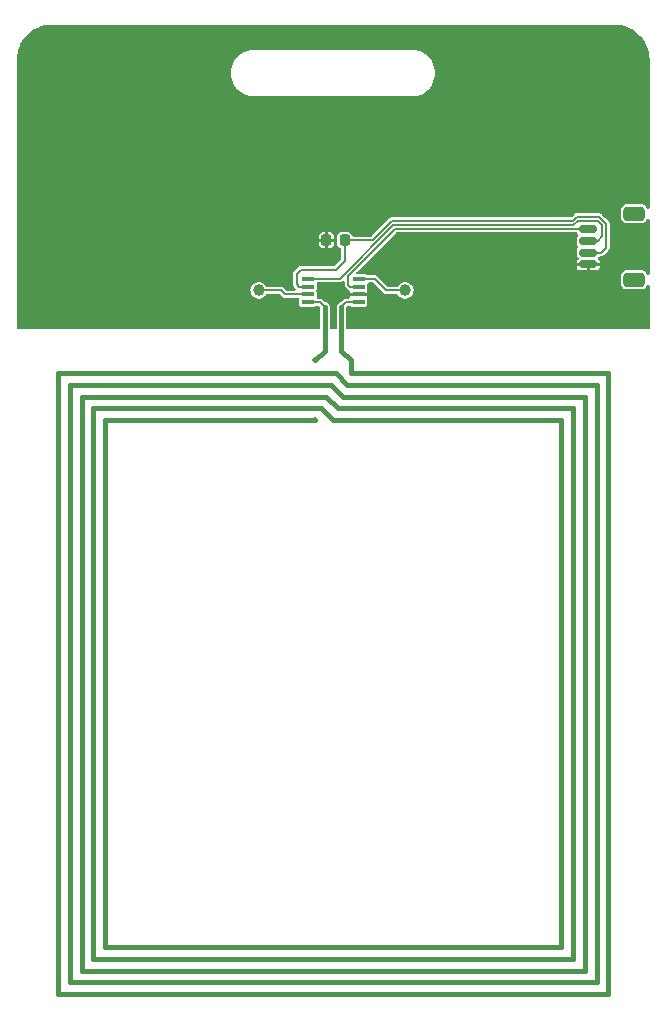
<source format=gtl>
G04 #@! TF.GenerationSoftware,KiCad,Pcbnew,7.0.1-0*
G04 #@! TF.CreationDate,2023-06-22T21:26:38+02:00*
G04 #@! TF.ProjectId,nfc_card_emulation_large,6e66635f-6361-4726-945f-656d756c6174,1.1*
G04 #@! TF.SameCoordinates,PX354a940PY3072580*
G04 #@! TF.FileFunction,Copper,L1,Top*
G04 #@! TF.FilePolarity,Positive*
%FSLAX46Y46*%
G04 Gerber Fmt 4.6, Leading zero omitted, Abs format (unit mm)*
G04 Created by KiCad (PCBNEW 7.0.1-0) date 2023-06-22 21:26:38*
%MOMM*%
%LPD*%
G01*
G04 APERTURE LIST*
G04 Aperture macros list*
%AMRoundRect*
0 Rectangle with rounded corners*
0 $1 Rounding radius*
0 $2 $3 $4 $5 $6 $7 $8 $9 X,Y pos of 4 corners*
0 Add a 4 corners polygon primitive as box body*
4,1,4,$2,$3,$4,$5,$6,$7,$8,$9,$2,$3,0*
0 Add four circle primitives for the rounded corners*
1,1,$1+$1,$2,$3*
1,1,$1+$1,$4,$5*
1,1,$1+$1,$6,$7*
1,1,$1+$1,$8,$9*
0 Add four rect primitives between the rounded corners*
20,1,$1+$1,$2,$3,$4,$5,0*
20,1,$1+$1,$4,$5,$6,$7,0*
20,1,$1+$1,$6,$7,$8,$9,0*
20,1,$1+$1,$8,$9,$2,$3,0*%
G04 Aperture macros list end*
G04 #@! TA.AperFunction,SMDPad,CuDef*
%ADD10C,1.000000*%
G04 #@! TD*
G04 #@! TA.AperFunction,SMDPad,CuDef*
%ADD11RoundRect,0.150000X0.625000X-0.150000X0.625000X0.150000X-0.625000X0.150000X-0.625000X-0.150000X0*%
G04 #@! TD*
G04 #@! TA.AperFunction,SMDPad,CuDef*
%ADD12RoundRect,0.250000X0.650000X-0.350000X0.650000X0.350000X-0.650000X0.350000X-0.650000X-0.350000X0*%
G04 #@! TD*
G04 #@! TA.AperFunction,SMDPad,CuDef*
%ADD13RoundRect,0.225000X0.225000X0.250000X-0.225000X0.250000X-0.225000X-0.250000X0.225000X-0.250000X0*%
G04 #@! TD*
G04 #@! TA.AperFunction,SMDPad,CuDef*
%ADD14R,1.100000X0.400000*%
G04 #@! TD*
G04 #@! TA.AperFunction,ViaPad*
%ADD15C,0.500000*%
G04 #@! TD*
G04 #@! TA.AperFunction,Conductor*
%ADD16C,0.200000*%
G04 #@! TD*
G04 #@! TA.AperFunction,Conductor*
%ADD17C,0.400000*%
G04 #@! TD*
G04 #@! TA.AperFunction,Conductor*
%ADD18C,0.150000*%
G04 #@! TD*
G04 APERTURE END LIST*
D10*
G04 #@! TO.P,TP2,1,1*
G04 #@! TO.N,/NTAG NFC/FD*
X33087500Y-22700000D03*
G04 #@! TD*
D11*
G04 #@! TO.P,J3,1,Pin_1*
G04 #@! TO.N,GND*
X48587500Y-20500000D03*
G04 #@! TO.P,J3,2,Pin_2*
G04 #@! TO.N,VCC*
X48587500Y-19500000D03*
G04 #@! TO.P,J3,3,Pin_3*
G04 #@! TO.N,/SDA*
X48587500Y-18500000D03*
G04 #@! TO.P,J3,4,Pin_4*
G04 #@! TO.N,/SCL*
X48587500Y-17500000D03*
D12*
G04 #@! TO.P,J3,MP*
G04 #@! TO.N,N/C*
X52462500Y-21800000D03*
X52462500Y-16200000D03*
G04 #@! TD*
D10*
G04 #@! TO.P,TP1,1,1*
G04 #@! TO.N,/NTAG NFC/VOUT*
X20687500Y-22700000D03*
G04 #@! TD*
D13*
G04 #@! TO.P,C33,1*
G04 #@! TO.N,VCC*
X27962500Y-18450000D03*
G04 #@! TO.P,C33,2*
G04 #@! TO.N,GND*
X26412500Y-18450000D03*
G04 #@! TD*
D14*
G04 #@! TO.P,U2,1,LA*
G04 #@! TO.N,/NTAG NFC/COIL*
X29137500Y-23675000D03*
G04 #@! TO.P,U2,2,VSS*
G04 #@! TO.N,GND*
X29137500Y-23025000D03*
G04 #@! TO.P,U2,3,SCL*
G04 #@! TO.N,/SCL*
X29137500Y-22375000D03*
G04 #@! TO.P,U2,4,FD*
G04 #@! TO.N,/NTAG NFC/FD*
X29137500Y-21725000D03*
G04 #@! TO.P,U2,5,SDA*
G04 #@! TO.N,/SDA*
X24837500Y-21725000D03*
G04 #@! TO.P,U2,6,VCC*
G04 #@! TO.N,VCC*
X24837500Y-22375000D03*
G04 #@! TO.P,U2,7,Vout*
G04 #@! TO.N,/NTAG NFC/VOUT*
X24837500Y-23025000D03*
G04 #@! TO.P,U2,8,LB*
G04 #@! TO.N,/NTAG NFC/COIL*
X24837500Y-23675000D03*
G04 #@! TD*
D15*
G04 #@! TO.N,/NTAG NFC/COIL*
X25487500Y-28600000D03*
X25487500Y-33700000D03*
G04 #@! TD*
D16*
G04 #@! TO.N,VCC*
X49521913Y-16475499D02*
X47603087Y-16475499D01*
X49687500Y-19500000D02*
X50112001Y-19075499D01*
X27962500Y-18450000D02*
X27962500Y-20175000D01*
X24237500Y-20950000D02*
X23887500Y-21300000D01*
X31987500Y-16800000D02*
X30337500Y-18450000D01*
X27187500Y-20950000D02*
X24237500Y-20950000D01*
X50112001Y-17065587D02*
X49521913Y-16475499D01*
X27962500Y-20175000D02*
X27187500Y-20950000D01*
X48587500Y-19500000D02*
X49687500Y-19500000D01*
X23887500Y-21300000D02*
X23887500Y-22175000D01*
X50112001Y-19075499D02*
X50112001Y-17065587D01*
X23887500Y-22175000D02*
X24087500Y-22375000D01*
X24087500Y-22375000D02*
X24837500Y-22375000D01*
X30337500Y-18450000D02*
X27962500Y-18450000D01*
X47278586Y-16800000D02*
X31987500Y-16800000D01*
X47603087Y-16475499D02*
X47278586Y-16800000D01*
G04 #@! TO.N,/NTAG NFC/VOUT*
X22887500Y-23025000D02*
X22562500Y-22700000D01*
X24837500Y-23025000D02*
X22887500Y-23025000D01*
X22562500Y-22700000D02*
X20687500Y-22700000D01*
G04 #@! TO.N,/NTAG NFC/FD*
X31487500Y-22700000D02*
X33087500Y-22700000D01*
X29137500Y-21725000D02*
X30512500Y-21725000D01*
X30512500Y-21725000D02*
X31487500Y-22700000D01*
D17*
G04 #@! TO.N,/NTAG NFC/COIL*
X27787500Y-31700000D02*
X26787500Y-30700000D01*
X50287500Y-82300000D02*
X50287500Y-29700000D01*
X7687500Y-78300000D02*
X46287500Y-78300000D01*
D16*
X25912500Y-23725000D02*
X24837500Y-23725000D01*
X28062500Y-23725000D02*
X29137500Y-23725000D01*
D17*
X26387500Y-31700000D02*
X5687500Y-31700000D01*
X26987500Y-33700000D02*
X25987500Y-32700000D01*
X5687500Y-80300000D02*
X48287500Y-80300000D01*
X5687500Y-31700000D02*
X5687500Y-80300000D01*
X46287500Y-78300000D02*
X46287500Y-33700000D01*
X46287500Y-33700000D02*
X26987500Y-33700000D01*
X27687500Y-27800000D02*
X27687500Y-24100000D01*
D16*
X27687500Y-24100000D02*
X28062500Y-23725000D01*
D17*
X25487500Y-33700000D02*
X7687500Y-33700000D01*
X3687500Y-29700000D02*
X3687500Y-82300000D01*
X7687500Y-33700000D02*
X7687500Y-78300000D01*
X48287500Y-80300000D02*
X48287500Y-31700000D01*
X25487500Y-28600000D02*
X26287500Y-27800000D01*
X47287500Y-79300000D02*
X47287500Y-32700000D01*
X49287500Y-30700000D02*
X28187500Y-30700000D01*
X27187500Y-29700000D02*
X3687500Y-29700000D01*
X26287500Y-27800000D02*
X26287500Y-24100000D01*
X6687500Y-79300000D02*
X47287500Y-79300000D01*
X4687500Y-81300000D02*
X49287500Y-81300000D01*
X25987500Y-32700000D02*
X6687500Y-32700000D01*
X48287500Y-31700000D02*
X27787500Y-31700000D01*
X28487500Y-29700000D02*
X28487500Y-28600000D01*
X6687500Y-32700000D02*
X6687500Y-79300000D01*
D16*
X26287500Y-24100000D02*
X25912500Y-23725000D01*
D17*
X3687500Y-82300000D02*
X50287500Y-82300000D01*
X28187500Y-30700000D02*
X27187500Y-29700000D01*
X27387500Y-32700000D02*
X26387500Y-31700000D01*
X4687500Y-30700000D02*
X4687500Y-81300000D01*
X49287500Y-81300000D02*
X49287500Y-30700000D01*
X50287500Y-29700000D02*
X28487500Y-29700000D01*
X47287500Y-32700000D02*
X27387500Y-32700000D01*
X28487500Y-28600000D02*
X27687500Y-27800000D01*
X26787500Y-30700000D02*
X4687500Y-30700000D01*
D18*
G04 #@! TO.N,/SCL*
X32211058Y-17500000D02*
X28237500Y-21473558D01*
X28387500Y-22375000D02*
X29137500Y-22375000D01*
X28237500Y-21473558D02*
X28237500Y-22225000D01*
X28237500Y-22225000D02*
X28387500Y-22375000D01*
X48587500Y-17500000D02*
X32211058Y-17500000D01*
G04 #@! TO.N,/SDA*
X27562500Y-21725000D02*
X24837500Y-21725000D01*
X49387500Y-18500000D02*
X49787500Y-18100000D01*
X49787500Y-18100000D02*
X49787500Y-17200000D01*
X47337500Y-17200000D02*
X32087500Y-17200000D01*
X49387500Y-16800000D02*
X47737500Y-16800000D01*
X47737500Y-16800000D02*
X47337500Y-17200000D01*
X49787500Y-17200000D02*
X49387500Y-16800000D01*
X48587500Y-18500000D02*
X49387500Y-18500000D01*
X32087500Y-17200000D02*
X27562500Y-21725000D01*
G04 #@! TD*
G04 #@! TA.AperFunction,Conductor*
G04 #@! TO.N,GND*
G36*
X50803244Y-200670D02*
G01*
X51104433Y-216455D01*
X51117340Y-217812D01*
X51176810Y-227231D01*
X51412022Y-264484D01*
X51424690Y-267176D01*
X51712901Y-344402D01*
X51725228Y-348407D01*
X52003781Y-455334D01*
X52015617Y-460603D01*
X52281477Y-596065D01*
X52292683Y-602535D01*
X52542923Y-765044D01*
X52553414Y-772666D01*
X52785282Y-960429D01*
X52794927Y-969114D01*
X53005885Y-1180072D01*
X53014570Y-1189717D01*
X53202333Y-1421585D01*
X53209958Y-1432079D01*
X53372460Y-1682310D01*
X53378941Y-1693535D01*
X53514391Y-1959372D01*
X53519670Y-1971229D01*
X53626589Y-2249762D01*
X53630600Y-2262107D01*
X53707819Y-2550293D01*
X53710517Y-2562989D01*
X53757187Y-2857659D01*
X53758544Y-2870566D01*
X53774330Y-3171756D01*
X53774500Y-3178246D01*
X53774500Y-15648077D01*
X53755494Y-15714049D01*
X53704301Y-15759797D01*
X53636616Y-15771297D01*
X53573187Y-15745024D01*
X53533458Y-15689031D01*
X53515292Y-15637115D01*
X53434650Y-15527849D01*
X53325384Y-15447207D01*
X53197196Y-15402353D01*
X53166769Y-15399500D01*
X53166766Y-15399500D01*
X51758234Y-15399500D01*
X51758231Y-15399500D01*
X51727803Y-15402353D01*
X51599615Y-15447207D01*
X51490349Y-15527849D01*
X51409707Y-15637115D01*
X51364853Y-15765303D01*
X51362000Y-15795731D01*
X51362000Y-16604269D01*
X51364853Y-16634696D01*
X51409707Y-16762884D01*
X51490349Y-16872150D01*
X51599615Y-16952792D01*
X51599618Y-16952793D01*
X51727801Y-16997646D01*
X51739974Y-16998787D01*
X51758231Y-17000500D01*
X51758234Y-17000500D01*
X53166766Y-17000500D01*
X53166769Y-17000500D01*
X53181982Y-16999072D01*
X53197199Y-16997646D01*
X53325382Y-16952793D01*
X53325382Y-16952792D01*
X53325384Y-16952792D01*
X53434650Y-16872150D01*
X53515292Y-16762884D01*
X53519128Y-16751923D01*
X53533458Y-16710968D01*
X53573187Y-16654976D01*
X53636616Y-16628703D01*
X53704301Y-16640203D01*
X53755494Y-16685951D01*
X53774500Y-16751923D01*
X53774500Y-21248077D01*
X53755494Y-21314049D01*
X53704301Y-21359797D01*
X53636616Y-21371297D01*
X53573187Y-21345024D01*
X53533458Y-21289031D01*
X53515292Y-21237115D01*
X53434650Y-21127849D01*
X53325384Y-21047207D01*
X53197196Y-21002353D01*
X53166769Y-20999500D01*
X53166766Y-20999500D01*
X51758234Y-20999500D01*
X51758231Y-20999500D01*
X51727803Y-21002353D01*
X51599615Y-21047207D01*
X51490349Y-21127849D01*
X51409707Y-21237115D01*
X51364853Y-21365303D01*
X51362000Y-21395731D01*
X51362000Y-22204269D01*
X51364853Y-22234696D01*
X51409707Y-22362884D01*
X51490349Y-22472150D01*
X51599615Y-22552792D01*
X51608121Y-22555768D01*
X51727801Y-22597646D01*
X51739974Y-22598787D01*
X51758231Y-22600500D01*
X51758234Y-22600500D01*
X53166766Y-22600500D01*
X53166769Y-22600500D01*
X53181982Y-22599073D01*
X53197199Y-22597646D01*
X53325382Y-22552793D01*
X53325382Y-22552792D01*
X53325384Y-22552792D01*
X53434650Y-22472150D01*
X53515292Y-22362884D01*
X53519128Y-22351923D01*
X53533458Y-22310968D01*
X53573187Y-22254976D01*
X53636616Y-22228703D01*
X53704301Y-22240203D01*
X53755494Y-22285951D01*
X53774500Y-22351923D01*
X53774500Y-25876000D01*
X53757887Y-25938000D01*
X53712500Y-25983387D01*
X53650500Y-26000000D01*
X28212000Y-26000000D01*
X28150000Y-25983387D01*
X28104613Y-25938000D01*
X28088000Y-25876000D01*
X28088000Y-24175833D01*
X28097439Y-24128380D01*
X28124319Y-24088152D01*
X28150652Y-24061819D01*
X28190880Y-24034939D01*
X28238333Y-24025500D01*
X28414234Y-24025500D01*
X28450229Y-24030839D01*
X28483126Y-24046398D01*
X28509269Y-24063867D01*
X28558048Y-24073569D01*
X28567751Y-24075500D01*
X28567752Y-24075500D01*
X29707248Y-24075500D01*
X29707249Y-24075500D01*
X29742545Y-24068479D01*
X29765731Y-24063867D01*
X29832052Y-24019552D01*
X29876367Y-23953231D01*
X29888000Y-23894748D01*
X29888000Y-23455252D01*
X29882138Y-23425784D01*
X29871621Y-23372910D01*
X29871621Y-23324526D01*
X29887500Y-23244699D01*
X29887500Y-23150000D01*
X28387500Y-23150000D01*
X28387500Y-23244697D01*
X28393788Y-23276310D01*
X28392454Y-23330630D01*
X28368023Y-23379165D01*
X28325187Y-23412595D01*
X28272170Y-23424500D01*
X28131743Y-23424500D01*
X28114922Y-23421756D01*
X28071808Y-23423749D01*
X28058419Y-23424368D01*
X28052695Y-23424500D01*
X28033683Y-23424500D01*
X28019195Y-23426181D01*
X27992507Y-23427415D01*
X27986166Y-23430215D01*
X27958878Y-23438665D01*
X27952068Y-23439938D01*
X27929359Y-23453998D01*
X27914177Y-23462000D01*
X27889733Y-23472794D01*
X27884833Y-23477694D01*
X27862443Y-23495429D01*
X27856548Y-23499079D01*
X27840450Y-23520396D01*
X27829179Y-23533348D01*
X27692844Y-23669683D01*
X27661458Y-23692486D01*
X27624562Y-23704475D01*
X27562197Y-23714353D01*
X27449156Y-23771950D01*
X27359450Y-23861656D01*
X27301853Y-23974697D01*
X27287000Y-24068479D01*
X27287000Y-25876000D01*
X27270387Y-25938000D01*
X27225000Y-25983387D01*
X27163000Y-26000000D01*
X26812000Y-26000000D01*
X26750000Y-25983387D01*
X26704613Y-25938000D01*
X26688000Y-25876000D01*
X26688000Y-24068479D01*
X26673146Y-23974697D01*
X26673146Y-23974696D01*
X26615550Y-23861658D01*
X26615549Y-23861656D01*
X26525843Y-23771950D01*
X26412802Y-23714353D01*
X26350436Y-23704475D01*
X26313540Y-23692487D01*
X26282154Y-23669683D01*
X26173950Y-23561479D01*
X26163997Y-23547645D01*
X26122181Y-23509524D01*
X26118040Y-23505569D01*
X26104610Y-23492139D01*
X26093178Y-23483083D01*
X26073434Y-23465084D01*
X26066968Y-23462579D01*
X26041692Y-23449256D01*
X26035981Y-23445344D01*
X26035980Y-23445343D01*
X26035978Y-23445342D01*
X26009984Y-23439228D01*
X25993587Y-23434151D01*
X25968673Y-23424500D01*
X25961749Y-23424500D01*
X25933359Y-23421206D01*
X25926619Y-23419621D01*
X25926618Y-23419621D01*
X25915257Y-23421206D01*
X25900166Y-23423311D01*
X25883035Y-23424500D01*
X25703339Y-23424500D01*
X25650322Y-23412595D01*
X25607485Y-23379164D01*
X25583055Y-23330628D01*
X25581722Y-23276309D01*
X25588000Y-23244748D01*
X25588000Y-22805252D01*
X25576367Y-22746769D01*
X25576366Y-22746768D01*
X25571876Y-22724192D01*
X25571876Y-22675808D01*
X25588000Y-22594749D01*
X25588000Y-22155253D01*
X25586695Y-22148693D01*
X25588028Y-22094372D01*
X25612458Y-22045836D01*
X25655295Y-22012406D01*
X25708312Y-22000500D01*
X27523156Y-22000500D01*
X27547347Y-22002883D01*
X27562500Y-22005897D01*
X27577653Y-22002883D01*
X27577653Y-22002882D01*
X27589632Y-22000500D01*
X27589633Y-22000500D01*
X27669995Y-21984515D01*
X27729507Y-21944749D01*
X27729511Y-21944748D01*
X27751545Y-21930025D01*
X27751548Y-21930021D01*
X27761124Y-21923624D01*
X27761126Y-21923620D01*
X27769114Y-21918284D01*
X27831920Y-21897539D01*
X27896456Y-21912033D01*
X27944359Y-21957643D01*
X27962000Y-22021390D01*
X27962000Y-22185656D01*
X27959617Y-22209847D01*
X27956602Y-22225000D01*
X27959617Y-22240153D01*
X27959617Y-22240154D01*
X27977984Y-22332493D01*
X27977984Y-22332494D01*
X27977985Y-22332495D01*
X27998289Y-22362882D01*
X27998290Y-22362883D01*
X27998290Y-22362884D01*
X28022755Y-22399500D01*
X28036684Y-22420344D01*
X28038876Y-22423624D01*
X28051722Y-22432207D01*
X28070511Y-22447627D01*
X28164870Y-22541986D01*
X28180291Y-22560776D01*
X28181230Y-22562182D01*
X28188876Y-22573624D01*
X28201720Y-22582206D01*
X28201727Y-22582212D01*
X28220491Y-22594749D01*
X28220493Y-22594750D01*
X28280005Y-22634515D01*
X28294469Y-22637392D01*
X28352036Y-22665780D01*
X28387697Y-22719148D01*
X28391896Y-22783197D01*
X28387500Y-22805300D01*
X28387500Y-22900000D01*
X29887500Y-22900000D01*
X29887500Y-22805300D01*
X29871621Y-22725470D01*
X29871621Y-22677087D01*
X29878479Y-22642615D01*
X29888000Y-22594748D01*
X29888000Y-22155252D01*
X29888000Y-22149500D01*
X29904613Y-22087500D01*
X29950000Y-22042113D01*
X30012000Y-22025500D01*
X30336667Y-22025500D01*
X30384120Y-22034939D01*
X30424348Y-22061819D01*
X31226050Y-22863521D01*
X31236007Y-22877358D01*
X31243541Y-22884226D01*
X31243542Y-22884228D01*
X31256929Y-22896432D01*
X31277816Y-22915474D01*
X31281957Y-22919429D01*
X31295388Y-22932860D01*
X31306828Y-22941922D01*
X31326565Y-22959915D01*
X31326566Y-22959915D01*
X31326567Y-22959916D01*
X31332840Y-22962346D01*
X31333023Y-22962417D01*
X31358310Y-22975745D01*
X31364019Y-22979656D01*
X31390014Y-22985769D01*
X31406410Y-22990846D01*
X31431327Y-23000500D01*
X31438251Y-23000500D01*
X31466640Y-23003793D01*
X31473381Y-23005379D01*
X31499833Y-23001688D01*
X31516965Y-23000500D01*
X32378668Y-23000500D01*
X32436293Y-23014703D01*
X32480717Y-23054058D01*
X32559317Y-23167929D01*
X32686648Y-23280734D01*
X32837275Y-23359790D01*
X33002444Y-23400500D01*
X33172555Y-23400500D01*
X33172556Y-23400500D01*
X33337725Y-23359790D01*
X33488352Y-23280734D01*
X33615683Y-23167929D01*
X33712318Y-23027930D01*
X33772640Y-22868872D01*
X33793145Y-22700000D01*
X33772640Y-22531128D01*
X33712318Y-22372070D01*
X33628977Y-22251330D01*
X33615684Y-22232072D01*
X33607701Y-22225000D01*
X33488352Y-22119266D01*
X33427828Y-22087500D01*
X33337724Y-22040209D01*
X33187693Y-22003231D01*
X33172556Y-21999500D01*
X33002444Y-21999500D01*
X32987307Y-22003231D01*
X32837275Y-22040209D01*
X32686649Y-22119265D01*
X32686647Y-22119266D01*
X32686648Y-22119266D01*
X32559317Y-22232071D01*
X32490001Y-22332493D01*
X32480718Y-22345941D01*
X32436293Y-22385297D01*
X32378668Y-22399500D01*
X31663333Y-22399500D01*
X31615880Y-22390061D01*
X31575652Y-22363181D01*
X30773950Y-21561479D01*
X30763997Y-21547645D01*
X30722181Y-21509524D01*
X30718040Y-21505569D01*
X30704610Y-21492139D01*
X30693178Y-21483083D01*
X30673434Y-21465084D01*
X30666968Y-21462579D01*
X30641692Y-21449256D01*
X30635981Y-21445344D01*
X30635980Y-21445343D01*
X30635978Y-21445342D01*
X30609984Y-21439228D01*
X30593587Y-21434151D01*
X30568673Y-21424500D01*
X30561749Y-21424500D01*
X30533359Y-21421206D01*
X30526619Y-21419621D01*
X30526618Y-21419621D01*
X30515257Y-21421206D01*
X30500166Y-21423311D01*
X30483035Y-21424500D01*
X29927766Y-21424500D01*
X29869313Y-21409858D01*
X29850363Y-21392683D01*
X29765730Y-21336132D01*
X29707249Y-21324500D01*
X29707248Y-21324500D01*
X29075536Y-21324500D01*
X29019241Y-21310985D01*
X28975218Y-21273385D01*
X28953063Y-21219898D01*
X28957605Y-21162182D01*
X28987855Y-21112819D01*
X29475674Y-20625000D01*
X47612501Y-20625000D01*
X47612501Y-20683216D01*
X47622412Y-20751248D01*
X47673714Y-20856190D01*
X47756309Y-20938785D01*
X47861253Y-20990088D01*
X47929278Y-21000000D01*
X48462500Y-21000000D01*
X48462500Y-20625000D01*
X48712500Y-20625000D01*
X48712500Y-20999999D01*
X49245716Y-20999999D01*
X49313748Y-20990087D01*
X49418690Y-20938785D01*
X49501285Y-20856190D01*
X49552588Y-20751246D01*
X49562500Y-20683222D01*
X49562500Y-20625000D01*
X48712500Y-20625000D01*
X48462500Y-20625000D01*
X47612501Y-20625000D01*
X29475674Y-20625000D01*
X32288855Y-17811819D01*
X32329083Y-17784939D01*
X32376536Y-17775500D01*
X47556307Y-17775500D01*
X47621969Y-17794312D01*
X47667708Y-17845040D01*
X47673303Y-17856485D01*
X47729137Y-17912319D01*
X47761231Y-17967906D01*
X47761231Y-18032094D01*
X47729137Y-18087681D01*
X47673302Y-18143515D01*
X47621926Y-18248609D01*
X47612000Y-18316737D01*
X47612000Y-18683263D01*
X47621926Y-18751390D01*
X47621926Y-18751391D01*
X47621927Y-18751393D01*
X47646479Y-18801615D01*
X47673302Y-18856484D01*
X47729137Y-18912319D01*
X47761231Y-18967906D01*
X47761231Y-19032094D01*
X47729137Y-19087681D01*
X47673302Y-19143515D01*
X47621926Y-19248609D01*
X47612000Y-19316737D01*
X47612000Y-19683263D01*
X47621926Y-19751390D01*
X47621926Y-19751391D01*
X47621927Y-19751393D01*
X47629299Y-19766472D01*
X47673302Y-19856484D01*
X47729490Y-19912672D01*
X47761584Y-19968259D01*
X47761584Y-20032447D01*
X47729490Y-20088034D01*
X47673714Y-20143809D01*
X47622411Y-20248753D01*
X47612500Y-20316778D01*
X47612500Y-20375000D01*
X49562499Y-20375000D01*
X49562499Y-20316784D01*
X49552587Y-20248751D01*
X49501285Y-20143809D01*
X49445510Y-20088034D01*
X49413416Y-20032447D01*
X49413416Y-19968259D01*
X49445510Y-19912672D01*
X49516330Y-19841852D01*
X49518515Y-19844037D01*
X49540805Y-19819314D01*
X49606471Y-19800500D01*
X49618257Y-19800500D01*
X49635077Y-19803243D01*
X49645262Y-19802772D01*
X49645265Y-19802773D01*
X49691580Y-19800631D01*
X49697305Y-19800500D01*
X49716324Y-19800500D01*
X49730818Y-19798817D01*
X49757492Y-19797585D01*
X49763830Y-19794786D01*
X49791133Y-19786332D01*
X49797933Y-19785061D01*
X49820643Y-19770998D01*
X49835825Y-19762996D01*
X49860265Y-19752206D01*
X49865159Y-19747311D01*
X49887563Y-19729564D01*
X49893452Y-19725919D01*
X49909553Y-19704595D01*
X49920813Y-19691656D01*
X50275519Y-19336950D01*
X50289354Y-19326997D01*
X50296226Y-19319458D01*
X50296229Y-19319457D01*
X50327489Y-19285165D01*
X50331380Y-19281089D01*
X50344175Y-19268296D01*
X50344179Y-19268289D01*
X50344869Y-19267600D01*
X50353923Y-19256170D01*
X50371915Y-19236434D01*
X50371914Y-19236434D01*
X50371917Y-19236432D01*
X50374420Y-19229969D01*
X50387744Y-19204690D01*
X50391657Y-19198980D01*
X50397771Y-19172980D01*
X50402847Y-19156588D01*
X50412501Y-19131672D01*
X50412501Y-19124748D01*
X50415795Y-19096355D01*
X50417380Y-19089618D01*
X50413689Y-19063165D01*
X50412501Y-19046034D01*
X50412501Y-17134830D01*
X50415244Y-17118009D01*
X50414773Y-17107823D01*
X50414774Y-17107822D01*
X50412632Y-17061506D01*
X50412501Y-17055782D01*
X50412501Y-17036765D01*
X50410818Y-17022267D01*
X50409586Y-16995595D01*
X50406786Y-16989255D01*
X50398334Y-16961957D01*
X50397062Y-16955154D01*
X50383007Y-16932454D01*
X50374999Y-16917263D01*
X50364207Y-16892821D01*
X50359311Y-16887925D01*
X50341564Y-16865522D01*
X50337920Y-16859635D01*
X50337918Y-16859633D01*
X50316606Y-16843539D01*
X50303652Y-16832266D01*
X50045466Y-16574080D01*
X49783362Y-16311977D01*
X49773410Y-16298144D01*
X49731594Y-16260023D01*
X49727453Y-16256068D01*
X49714023Y-16242638D01*
X49702591Y-16233582D01*
X49682847Y-16215583D01*
X49676381Y-16213078D01*
X49651105Y-16199755D01*
X49645394Y-16195843D01*
X49645393Y-16195842D01*
X49645391Y-16195841D01*
X49619397Y-16189727D01*
X49603000Y-16184650D01*
X49578086Y-16174999D01*
X49571162Y-16174999D01*
X49542772Y-16171705D01*
X49536032Y-16170120D01*
X49536031Y-16170120D01*
X49524670Y-16171705D01*
X49509579Y-16173810D01*
X49492448Y-16174999D01*
X47672331Y-16174999D01*
X47655510Y-16172255D01*
X47612396Y-16174248D01*
X47599007Y-16174867D01*
X47593283Y-16174999D01*
X47574270Y-16174999D01*
X47559782Y-16176680D01*
X47533092Y-16177914D01*
X47526753Y-16180713D01*
X47499466Y-16189163D01*
X47492655Y-16190436D01*
X47469943Y-16204498D01*
X47454760Y-16212501D01*
X47430321Y-16223292D01*
X47425424Y-16228190D01*
X47403027Y-16245931D01*
X47397134Y-16249580D01*
X47381037Y-16270895D01*
X47369766Y-16283847D01*
X47190431Y-16463183D01*
X47150206Y-16490061D01*
X47102753Y-16499500D01*
X32056743Y-16499500D01*
X32039922Y-16496756D01*
X31996808Y-16498749D01*
X31983419Y-16499368D01*
X31977695Y-16499500D01*
X31958683Y-16499500D01*
X31944195Y-16501181D01*
X31917506Y-16502415D01*
X31911162Y-16505216D01*
X31883882Y-16513664D01*
X31877065Y-16514938D01*
X31854355Y-16528999D01*
X31839172Y-16537002D01*
X31814732Y-16547793D01*
X31809831Y-16552695D01*
X31787437Y-16570434D01*
X31781548Y-16574080D01*
X31765453Y-16595393D01*
X31754182Y-16608344D01*
X30249348Y-18113181D01*
X30209120Y-18140061D01*
X30161667Y-18149500D01*
X28715306Y-18149500D01*
X28650516Y-18131227D01*
X28604821Y-18081794D01*
X28536028Y-17946779D01*
X28440721Y-17851472D01*
X28320624Y-17790280D01*
X28220990Y-17774500D01*
X28220988Y-17774500D01*
X27704012Y-17774500D01*
X27704010Y-17774500D01*
X27604375Y-17790280D01*
X27484278Y-17851472D01*
X27388972Y-17946778D01*
X27327780Y-18066875D01*
X27312000Y-18166510D01*
X27312000Y-18733490D01*
X27327780Y-18833124D01*
X27388972Y-18953221D01*
X27484279Y-19048528D01*
X27594294Y-19104583D01*
X27643727Y-19150278D01*
X27662000Y-19215068D01*
X27662000Y-19999167D01*
X27652561Y-20046620D01*
X27625681Y-20086848D01*
X27099348Y-20613181D01*
X27059120Y-20640061D01*
X27011667Y-20649500D01*
X24306744Y-20649500D01*
X24289923Y-20646756D01*
X24246809Y-20648749D01*
X24233420Y-20649368D01*
X24227696Y-20649500D01*
X24208683Y-20649500D01*
X24194195Y-20651181D01*
X24167505Y-20652415D01*
X24161166Y-20655214D01*
X24133879Y-20663664D01*
X24127068Y-20664937D01*
X24104356Y-20678999D01*
X24089173Y-20687002D01*
X24064734Y-20697793D01*
X24059837Y-20702691D01*
X24037440Y-20720432D01*
X24031547Y-20724081D01*
X24015450Y-20745396D01*
X24004179Y-20758348D01*
X23723975Y-21038552D01*
X23710139Y-21048508D01*
X23672023Y-21090318D01*
X23668073Y-21094454D01*
X23654641Y-21107886D01*
X23645587Y-21119317D01*
X23627583Y-21139067D01*
X23625078Y-21145534D01*
X23611759Y-21170802D01*
X23607843Y-21176518D01*
X23601728Y-21202517D01*
X23596651Y-21218913D01*
X23587000Y-21243827D01*
X23587000Y-21250751D01*
X23583706Y-21279144D01*
X23582121Y-21285881D01*
X23585811Y-21312332D01*
X23587000Y-21329465D01*
X23587000Y-22105757D01*
X23584256Y-22122577D01*
X23586868Y-22179079D01*
X23587000Y-22184805D01*
X23587000Y-22203819D01*
X23588681Y-22218307D01*
X23589915Y-22244993D01*
X23592713Y-22251330D01*
X23601166Y-22278626D01*
X23602438Y-22285434D01*
X23616497Y-22308140D01*
X23624502Y-22323327D01*
X23635292Y-22347763D01*
X23640188Y-22352659D01*
X23657934Y-22375063D01*
X23661581Y-22380952D01*
X23673643Y-22390061D01*
X23682896Y-22397048D01*
X23695851Y-22408322D01*
X23800348Y-22512819D01*
X23830598Y-22562182D01*
X23835140Y-22619898D01*
X23812985Y-22673385D01*
X23768962Y-22710985D01*
X23712667Y-22724500D01*
X23063334Y-22724500D01*
X23015881Y-22715061D01*
X22975655Y-22688183D01*
X22823947Y-22536476D01*
X22813995Y-22522644D01*
X22806458Y-22515773D01*
X22806458Y-22515772D01*
X22772181Y-22484524D01*
X22768040Y-22480569D01*
X22754610Y-22467139D01*
X22743178Y-22458083D01*
X22723434Y-22440084D01*
X22716968Y-22437579D01*
X22691692Y-22424256D01*
X22685981Y-22420344D01*
X22685980Y-22420343D01*
X22685978Y-22420342D01*
X22659984Y-22414228D01*
X22643587Y-22409151D01*
X22618673Y-22399500D01*
X22611749Y-22399500D01*
X22583359Y-22396206D01*
X22576619Y-22394621D01*
X22576618Y-22394621D01*
X22565257Y-22396206D01*
X22550166Y-22398311D01*
X22533035Y-22399500D01*
X21396332Y-22399500D01*
X21338707Y-22385297D01*
X21294282Y-22345941D01*
X21285001Y-22332495D01*
X21215683Y-22232071D01*
X21088352Y-22119266D01*
X21027828Y-22087500D01*
X20937724Y-22040209D01*
X20787693Y-22003231D01*
X20772556Y-21999500D01*
X20602444Y-21999500D01*
X20587307Y-22003231D01*
X20437275Y-22040209D01*
X20286649Y-22119265D01*
X20159315Y-22232072D01*
X20062682Y-22372069D01*
X20002360Y-22531127D01*
X19981854Y-22700000D01*
X20002360Y-22868872D01*
X20062682Y-23027930D01*
X20159315Y-23167927D01*
X20159316Y-23167928D01*
X20159317Y-23167929D01*
X20286648Y-23280734D01*
X20437275Y-23359790D01*
X20602444Y-23400500D01*
X20772555Y-23400500D01*
X20772556Y-23400500D01*
X20937725Y-23359790D01*
X21088352Y-23280734D01*
X21215683Y-23167929D01*
X21294282Y-23054058D01*
X21338707Y-23014703D01*
X21396332Y-23000500D01*
X22386667Y-23000500D01*
X22434120Y-23009939D01*
X22474348Y-23036819D01*
X22626050Y-23188521D01*
X22636007Y-23202358D01*
X22643541Y-23209226D01*
X22643542Y-23209228D01*
X22656929Y-23221432D01*
X22677816Y-23240474D01*
X22681957Y-23244429D01*
X22695388Y-23257860D01*
X22706828Y-23266922D01*
X22726565Y-23284915D01*
X22726566Y-23284915D01*
X22726567Y-23284916D01*
X22729709Y-23286133D01*
X22733023Y-23287417D01*
X22758310Y-23300745D01*
X22764019Y-23304656D01*
X22790014Y-23310769D01*
X22806410Y-23315846D01*
X22831327Y-23325500D01*
X22838251Y-23325500D01*
X22866640Y-23328793D01*
X22873381Y-23330379D01*
X22899833Y-23326688D01*
X22916965Y-23325500D01*
X23963000Y-23325500D01*
X24025000Y-23342113D01*
X24070387Y-23387500D01*
X24087000Y-23449500D01*
X24087000Y-23894749D01*
X24098632Y-23953230D01*
X24142947Y-24019552D01*
X24209269Y-24063867D01*
X24267751Y-24075500D01*
X24267752Y-24075500D01*
X25407248Y-24075500D01*
X25407249Y-24075500D01*
X25415570Y-24073844D01*
X25465731Y-24063867D01*
X25491873Y-24046398D01*
X25524771Y-24030839D01*
X25560766Y-24025500D01*
X25736667Y-24025500D01*
X25784120Y-24034939D01*
X25824348Y-24061819D01*
X25850681Y-24088152D01*
X25877561Y-24128380D01*
X25887000Y-24175833D01*
X25887000Y-25876000D01*
X25870387Y-25938000D01*
X25825000Y-25983387D01*
X25763000Y-26000000D01*
X324500Y-26000000D01*
X262500Y-25983387D01*
X217113Y-25938000D01*
X200500Y-25876000D01*
X200500Y-18575000D01*
X25762501Y-18575000D01*
X25762501Y-18733446D01*
X25778262Y-18832969D01*
X25839383Y-18952924D01*
X25934575Y-19048116D01*
X26054532Y-19109238D01*
X26154047Y-19125000D01*
X26287500Y-19125000D01*
X26287500Y-18575000D01*
X26537500Y-18575000D01*
X26537500Y-19124999D01*
X26670946Y-19124999D01*
X26770469Y-19109237D01*
X26890424Y-19048116D01*
X26985616Y-18952924D01*
X27046738Y-18832967D01*
X27062500Y-18733453D01*
X27062500Y-18575000D01*
X26537500Y-18575000D01*
X26287500Y-18575000D01*
X25762501Y-18575000D01*
X200500Y-18575000D01*
X200500Y-18325000D01*
X25762500Y-18325000D01*
X26287500Y-18325000D01*
X26287500Y-17775001D01*
X26154054Y-17775001D01*
X26054530Y-17790762D01*
X25934575Y-17851883D01*
X25839383Y-17947075D01*
X25778261Y-18067032D01*
X25762500Y-18166547D01*
X25762500Y-18325000D01*
X200500Y-18325000D01*
X200500Y-17775000D01*
X26537500Y-17775000D01*
X26537500Y-18325000D01*
X27062499Y-18325000D01*
X27062499Y-18166554D01*
X27046737Y-18067030D01*
X26985616Y-17947075D01*
X26890424Y-17851883D01*
X26770467Y-17790761D01*
X26670953Y-17775000D01*
X26537500Y-17775000D01*
X200500Y-17775000D01*
X200500Y-4300000D01*
X18334871Y-4300000D01*
X18353362Y-4570312D01*
X18408485Y-4835580D01*
X18499216Y-5090873D01*
X18623867Y-5331441D01*
X18780115Y-5552792D01*
X18965043Y-5750801D01*
X18965045Y-5750803D01*
X19175216Y-5921790D01*
X19406712Y-6062566D01*
X19655221Y-6170509D01*
X19916114Y-6243607D01*
X20184530Y-6280500D01*
X20297410Y-6280500D01*
X20320000Y-6280500D01*
X20359882Y-6280500D01*
X20411238Y-6280500D01*
X20411241Y-6280498D01*
X33677592Y-6280498D01*
X33790472Y-6280498D01*
X34058888Y-6243605D01*
X34319780Y-6170506D01*
X34568288Y-6062563D01*
X34799784Y-5921788D01*
X35009955Y-5750801D01*
X35194885Y-5552789D01*
X35229603Y-5503603D01*
X35351128Y-5331443D01*
X35375296Y-5284800D01*
X35475780Y-5090876D01*
X35566512Y-4835581D01*
X35621636Y-4570308D01*
X35640126Y-4300001D01*
X35621637Y-4029693D01*
X35566512Y-3764420D01*
X35475781Y-3509125D01*
X35375296Y-3315198D01*
X35351129Y-3268557D01*
X35194887Y-3047212D01*
X35009955Y-2849200D01*
X34799784Y-2678212D01*
X34568290Y-2537437D01*
X34319783Y-2429495D01*
X34319781Y-2429494D01*
X34189335Y-2392944D01*
X34058887Y-2356394D01*
X33790473Y-2319502D01*
X33677593Y-2319502D01*
X20359882Y-2319500D01*
X20320000Y-2319500D01*
X20184530Y-2319500D01*
X19916116Y-2356392D01*
X19724657Y-2410036D01*
X19655221Y-2429491D01*
X19655219Y-2429491D01*
X19655218Y-2429492D01*
X19406711Y-2537434D01*
X19175216Y-2678209D01*
X18965044Y-2849197D01*
X18780115Y-3047207D01*
X18623867Y-3268558D01*
X18499216Y-3509126D01*
X18408485Y-3764419D01*
X18353362Y-4029687D01*
X18334871Y-4300000D01*
X200500Y-4300000D01*
X200500Y-3178246D01*
X200670Y-3171756D01*
X207197Y-3047210D01*
X216455Y-2870564D01*
X217812Y-2857659D01*
X236741Y-2738144D01*
X264485Y-2562973D01*
X267175Y-2550312D01*
X344403Y-2262092D01*
X348404Y-2249777D01*
X455336Y-1971211D01*
X460600Y-1959389D01*
X596069Y-1693514D01*
X602530Y-1682324D01*
X765050Y-1432066D01*
X772659Y-1421594D01*
X960437Y-1189707D01*
X969104Y-1180082D01*
X1180082Y-969104D01*
X1189707Y-960437D01*
X1421594Y-772659D01*
X1432066Y-765050D01*
X1682324Y-602530D01*
X1693514Y-596069D01*
X1959389Y-460600D01*
X1971211Y-455336D01*
X2249777Y-348404D01*
X2262092Y-344403D01*
X2550312Y-267175D01*
X2562973Y-264485D01*
X2857658Y-217812D01*
X2870564Y-216455D01*
X3171756Y-200669D01*
X3178246Y-200500D01*
X3214882Y-200500D01*
X50760118Y-200500D01*
X50796754Y-200500D01*
X50803244Y-200670D01*
G37*
G04 #@! TD.AperFunction*
G04 #@! TD*
M02*

</source>
